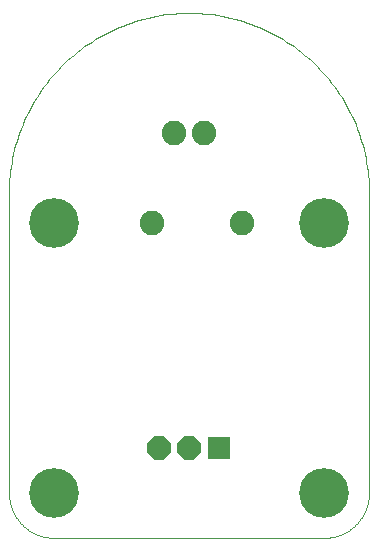
<source format=gts>
G75*
%MOIN*%
%OFA0B0*%
%FSLAX25Y25*%
%IPPOS*%
%LPD*%
%AMOC8*
5,1,8,0,0,1.08239X$1,22.5*
%
%ADD10C,0.08200*%
%ADD11C,0.16611*%
%ADD12C,0.00000*%
%ADD13OC8,0.07800*%
%ADD14R,0.07800X0.07800*%
D10*
X0049000Y0106500D03*
X0056500Y0136500D03*
X0066500Y0136500D03*
X0079000Y0106500D03*
D11*
X0106500Y0106500D03*
X0106500Y0016500D03*
X0016500Y0016500D03*
X0016500Y0106500D03*
D12*
X0001500Y0116500D02*
X0001500Y0016500D01*
X0001504Y0016138D01*
X0001518Y0015775D01*
X0001539Y0015413D01*
X0001570Y0015052D01*
X0001609Y0014692D01*
X0001657Y0014333D01*
X0001714Y0013975D01*
X0001779Y0013618D01*
X0001853Y0013263D01*
X0001936Y0012910D01*
X0002027Y0012559D01*
X0002126Y0012211D01*
X0002234Y0011865D01*
X0002350Y0011521D01*
X0002475Y0011181D01*
X0002607Y0010844D01*
X0002748Y0010510D01*
X0002897Y0010179D01*
X0003054Y0009852D01*
X0003218Y0009529D01*
X0003390Y0009210D01*
X0003570Y0008896D01*
X0003758Y0008585D01*
X0003953Y0008280D01*
X0004155Y0007979D01*
X0004365Y0007683D01*
X0004581Y0007393D01*
X0004805Y0007107D01*
X0005035Y0006827D01*
X0005272Y0006553D01*
X0005516Y0006285D01*
X0005766Y0006022D01*
X0006022Y0005766D01*
X0006285Y0005516D01*
X0006553Y0005272D01*
X0006827Y0005035D01*
X0007107Y0004805D01*
X0007393Y0004581D01*
X0007683Y0004365D01*
X0007979Y0004155D01*
X0008280Y0003953D01*
X0008585Y0003758D01*
X0008896Y0003570D01*
X0009210Y0003390D01*
X0009529Y0003218D01*
X0009852Y0003054D01*
X0010179Y0002897D01*
X0010510Y0002748D01*
X0010844Y0002607D01*
X0011181Y0002475D01*
X0011521Y0002350D01*
X0011865Y0002234D01*
X0012211Y0002126D01*
X0012559Y0002027D01*
X0012910Y0001936D01*
X0013263Y0001853D01*
X0013618Y0001779D01*
X0013975Y0001714D01*
X0014333Y0001657D01*
X0014692Y0001609D01*
X0015052Y0001570D01*
X0015413Y0001539D01*
X0015775Y0001518D01*
X0016138Y0001504D01*
X0016500Y0001500D01*
X0106500Y0001500D01*
X0106862Y0001504D01*
X0107225Y0001518D01*
X0107587Y0001539D01*
X0107948Y0001570D01*
X0108308Y0001609D01*
X0108667Y0001657D01*
X0109025Y0001714D01*
X0109382Y0001779D01*
X0109737Y0001853D01*
X0110090Y0001936D01*
X0110441Y0002027D01*
X0110789Y0002126D01*
X0111135Y0002234D01*
X0111479Y0002350D01*
X0111819Y0002475D01*
X0112156Y0002607D01*
X0112490Y0002748D01*
X0112821Y0002897D01*
X0113148Y0003054D01*
X0113471Y0003218D01*
X0113790Y0003390D01*
X0114104Y0003570D01*
X0114415Y0003758D01*
X0114720Y0003953D01*
X0115021Y0004155D01*
X0115317Y0004365D01*
X0115607Y0004581D01*
X0115893Y0004805D01*
X0116173Y0005035D01*
X0116447Y0005272D01*
X0116715Y0005516D01*
X0116978Y0005766D01*
X0117234Y0006022D01*
X0117484Y0006285D01*
X0117728Y0006553D01*
X0117965Y0006827D01*
X0118195Y0007107D01*
X0118419Y0007393D01*
X0118635Y0007683D01*
X0118845Y0007979D01*
X0119047Y0008280D01*
X0119242Y0008585D01*
X0119430Y0008896D01*
X0119610Y0009210D01*
X0119782Y0009529D01*
X0119946Y0009852D01*
X0120103Y0010179D01*
X0120252Y0010510D01*
X0120393Y0010844D01*
X0120525Y0011181D01*
X0120650Y0011521D01*
X0120766Y0011865D01*
X0120874Y0012211D01*
X0120973Y0012559D01*
X0121064Y0012910D01*
X0121147Y0013263D01*
X0121221Y0013618D01*
X0121286Y0013975D01*
X0121343Y0014333D01*
X0121391Y0014692D01*
X0121430Y0015052D01*
X0121461Y0015413D01*
X0121482Y0015775D01*
X0121496Y0016138D01*
X0121500Y0016500D01*
X0121500Y0116500D01*
X0121482Y0117961D01*
X0121429Y0119421D01*
X0121340Y0120880D01*
X0121216Y0122336D01*
X0121056Y0123788D01*
X0120861Y0125236D01*
X0120630Y0126679D01*
X0120365Y0128116D01*
X0120065Y0129546D01*
X0119730Y0130968D01*
X0119360Y0132382D01*
X0118956Y0133786D01*
X0118518Y0135180D01*
X0118046Y0136563D01*
X0117541Y0137934D01*
X0117002Y0139292D01*
X0116431Y0140637D01*
X0115827Y0141967D01*
X0115191Y0143283D01*
X0114523Y0144582D01*
X0113823Y0145865D01*
X0113092Y0147130D01*
X0112331Y0148378D01*
X0111540Y0149606D01*
X0110719Y0150815D01*
X0109869Y0152003D01*
X0108990Y0153170D01*
X0108083Y0154316D01*
X0107148Y0155439D01*
X0106186Y0156539D01*
X0105198Y0157615D01*
X0104184Y0158667D01*
X0103144Y0159694D01*
X0102080Y0160695D01*
X0100992Y0161671D01*
X0099880Y0162619D01*
X0098746Y0163540D01*
X0097589Y0164433D01*
X0096412Y0165297D01*
X0095213Y0166133D01*
X0093994Y0166939D01*
X0092756Y0167716D01*
X0091500Y0168462D01*
X0090226Y0169177D01*
X0088935Y0169861D01*
X0087627Y0170513D01*
X0086304Y0171133D01*
X0084966Y0171721D01*
X0083615Y0172276D01*
X0082250Y0172798D01*
X0080873Y0173286D01*
X0079484Y0173741D01*
X0078085Y0174162D01*
X0076676Y0174549D01*
X0075258Y0174901D01*
X0073832Y0175219D01*
X0072398Y0175502D01*
X0070958Y0175750D01*
X0069513Y0175963D01*
X0068062Y0176140D01*
X0066608Y0176282D01*
X0065151Y0176389D01*
X0063691Y0176460D01*
X0062231Y0176496D01*
X0060769Y0176496D01*
X0059309Y0176460D01*
X0057849Y0176389D01*
X0056392Y0176282D01*
X0054938Y0176140D01*
X0053487Y0175963D01*
X0052042Y0175750D01*
X0050602Y0175502D01*
X0049168Y0175219D01*
X0047742Y0174901D01*
X0046324Y0174549D01*
X0044915Y0174162D01*
X0043516Y0173741D01*
X0042127Y0173286D01*
X0040750Y0172798D01*
X0039385Y0172276D01*
X0038034Y0171721D01*
X0036696Y0171133D01*
X0035373Y0170513D01*
X0034065Y0169861D01*
X0032774Y0169177D01*
X0031500Y0168462D01*
X0030244Y0167716D01*
X0029006Y0166939D01*
X0027787Y0166133D01*
X0026588Y0165297D01*
X0025411Y0164433D01*
X0024254Y0163540D01*
X0023120Y0162619D01*
X0022008Y0161671D01*
X0020920Y0160695D01*
X0019856Y0159694D01*
X0018816Y0158667D01*
X0017802Y0157615D01*
X0016814Y0156539D01*
X0015852Y0155439D01*
X0014917Y0154316D01*
X0014010Y0153170D01*
X0013131Y0152003D01*
X0012281Y0150815D01*
X0011460Y0149606D01*
X0010669Y0148378D01*
X0009908Y0147130D01*
X0009177Y0145865D01*
X0008477Y0144582D01*
X0007809Y0143283D01*
X0007173Y0141967D01*
X0006569Y0140637D01*
X0005998Y0139292D01*
X0005459Y0137934D01*
X0004954Y0136563D01*
X0004482Y0135180D01*
X0004044Y0133786D01*
X0003640Y0132382D01*
X0003270Y0130968D01*
X0002935Y0129546D01*
X0002635Y0128116D01*
X0002370Y0126679D01*
X0002139Y0125236D01*
X0001944Y0123788D01*
X0001784Y0122336D01*
X0001660Y0120880D01*
X0001571Y0119421D01*
X0001518Y0117961D01*
X0001500Y0116500D01*
D13*
X0051500Y0031500D03*
X0061500Y0031500D03*
D14*
X0071500Y0031500D03*
M02*

</source>
